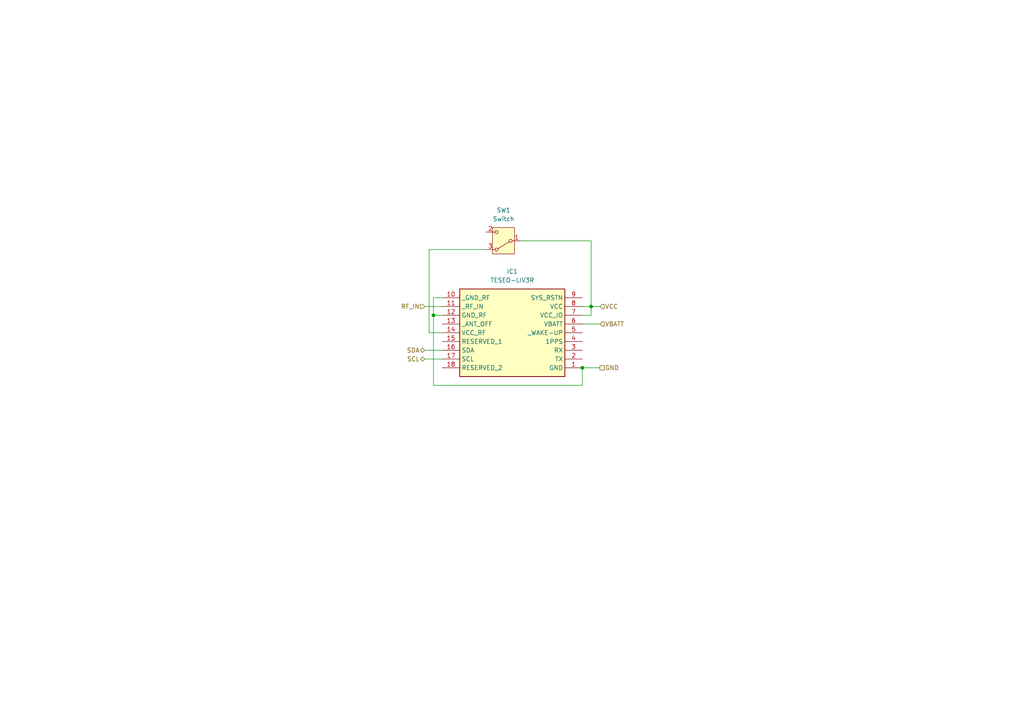
<source format=kicad_sch>
(kicad_sch (version 20250114) (generator "eeschema") (generator_version "9.0")
  (paper "A4")
  (title_block (title "GNSS module based on TESEO-LIV3R") (comment 1 "The switch enables active GNSS antennas VCC"))
  (lib_symbols
    (symbol "Switch:SW_Wuerth_450301014042" (pin_names (offset 1) (hide yes))
      (property "Reference" "SW" (at 0 5.08 0))
      (property "Value" "SW_Wuerth_450301014042" (at 0 -5.08 0))
      (symbol "SW_Wuerth_450301014042_0_1"
        (circle (center -2.032 0) (radius 0.4572))
        (polyline (pts (xy -1.651 0.254) (xy 1.651 2.286)))
        (circle (center 2.032 2.54) (radius 0.4572))
        (circle (center 2.032 -2.54) (radius 0.4572))
      )
      (symbol "SW_Wuerth_450301014042_1_1"
        (rectangle (start -3.175 3.81) (end 3.175 -3.81) (fill (type background)))
        (pin passive line (at -5.08 0 0) (length 2.54) (name "B") (number "1"))
        (pin passive line (at 5.08 2.54 180) (length 2.54) (name "A") (number "3"))
        (pin passive line (at 5.08 -2.54 180) (length 2.54) (name "C") (number "2"))
      )
    )
    (symbol "TESEO-LIV3R:TESEO-LIV3R"
      (property "Reference" "IC" (at 36.83 7.62 0))
      (property "Value" "TESEO-LIV3R" (at 36.83 5.08 0))
      (symbol "TESEO-LIV3R_1_1"
        (rectangle (start 5.08 2.54) (end 35.56 -22.86) (stroke (width 0.254)) (fill (type background)))
        (pin passive line (at 0 0 0) (length 5.08) (name "_GND_RF") (number "10"))
        (pin passive line (at 0 -2.54 0) (length 5.08) (name "_RF_IN") (number "11"))
        (pin passive line (at 0 -5.08 0) (length 5.08) (name "GND_RF") (number "12"))
        (pin passive line (at 0 -7.62 0) (length 5.08) (name "_ANT_OFF") (number "13"))
        (pin passive line (at 0 -10.16 0) (length 5.08) (name "VCC_RF") (number "14"))
        (pin passive line (at 0 -12.7 0) (length 5.08) (name "RESERVED_1") (number "15"))
        (pin passive line (at 0 -15.24 0) (length 5.08) (name "SDA") (number "16"))
        (pin passive line (at 0 -17.78 0) (length 5.08) (name "SCL") (number "17"))
        (pin passive line (at 0 -20.32 0) (length 5.08) (name "RESERVED_2") (number "18"))
        (pin passive line (at 40.64 0 180) (length 5.08) (name "SYS_RSTN") (number "9"))
        (pin passive line (at 40.64 -2.54 180) (length 5.08) (name "VCC") (number "8"))
        (pin passive line (at 40.64 -5.08 180) (length 5.08) (name "VCC_IO") (number "7"))
        (pin passive line (at 40.64 -7.62 180) (length 5.08) (name "VBATT") (number "6"))
        (pin passive line (at 40.64 -10.16 180) (length 5.08) (name "_WAKE-UP") (number "5"))
        (pin passive line (at 40.64 -12.7 180) (length 5.08) (name "1PPS") (number "4"))
        (pin passive line (at 40.64 -15.24 180) (length 5.08) (name "RX") (number "3"))
        (pin passive line (at 40.64 -17.78 180) (length 5.08) (name "TX") (number "2"))
        (pin passive line (at 40.64 -20.32 180) (length 5.08) (name "GND") (number "1"))
      )
    )
  )
  (junction (at 171.45 88.9))
  (junction (at 125.73 91.44))
  (junction (at 168.91 106.68))
  (wire (pts (xy 124.46 96.52) (xy 124.46 72.39)))
  (wire (pts (xy 125.73 111.76) (xy 168.91 111.76)))
  (wire (pts (xy 171.45 69.85) (xy 171.45 88.9)))
  (wire (pts (xy 124.46 72.39) (xy 140.97 72.39)))
  (wire (pts (xy 173.99 106.68) (xy 168.91 106.68)))
  (wire (pts (xy 171.45 91.44) (xy 171.45 88.9)))
  (wire (pts (xy 168.91 91.44) (xy 171.45 91.44)))
  (wire (pts (xy 128.27 96.52) (xy 124.46 96.52)))
  (wire (pts (xy 173.99 88.9) (xy 171.45 88.9)))
  (wire (pts (xy 168.91 106.68) (xy 168.91 111.76)))
  (wire (pts (xy 123.19 101.6) (xy 128.27 101.6)))
  (wire (pts (xy 151.13 69.85) (xy 171.45 69.85)))
  (wire (pts (xy 171.45 88.9) (xy 168.91 88.9)))
  (wire (pts (xy 125.73 86.36) (xy 125.73 91.44)))
  (wire (pts (xy 173.99 93.98) (xy 168.91 93.98)))
  (wire (pts (xy 123.19 104.14) (xy 128.27 104.14)))
  (wire (pts (xy 128.27 86.36) (xy 125.73 86.36)))
  (wire (pts (xy 128.27 91.44) (xy 125.73 91.44)))
  (wire (pts (xy 123.19 88.9) (xy 128.27 88.9)))
  (wire (pts (xy 125.73 91.44) (xy 125.73 111.76)))
  (hierarchical_label "VBATT" (shape input) (at 173.99 93.98 0))
  (hierarchical_label "SDA" (shape bidirectional) (at 123.19 101.6 180))
  (hierarchical_label "SCL" (shape bidirectional) (at 123.19 104.14 180))
  (hierarchical_label "RF_IN" (shape input) (at 123.19 88.9 180))
  (hierarchical_label "GND" (shape passive) (at 173.99 106.68 0))
  (hierarchical_label "VCC" (shape input) (at 173.99 88.9 0))
  (symbol (lib_id "Switch:SW_Wuerth_450301014042") (at 146.05 69.85 180) (unit 1)
    (property "Reference" "SW1" (at 146.05 60.96 0))
    (property "Value" "Switch" (at 146.05 63.5 0))
    (property "Footprint" "Button_Switch_THT:SW_Slide-03_Wuerth-WS-SLTV_10x2.5x6.4_P2.54mm" (effects (hide yes)))
    (property "Datasheet" "https://www.we-online.com/components/products/datasheet/450301014042.pdf" (effects (hide yes)))
    (property "Description" "Switch slide, single pole double throw" (effects (hide yes)))
  )
  (symbol (lib_id "TESEO-LIV3R:TESEO-LIV3R") (at 128.27 86.36 0) (unit 1)
    (property "Reference" "IC1" (at 148.59 78.74 0))
    (property "Value" "TESEO-LIV3R" (at 148.59 81.28 0))
    (property "Footprint" "TESEOLIV3R" (effects (hide yes)))
    (property "Datasheet" "https://www.arrow.com/en/products/teseo-liv3r/stmicroelectronics?region=nac" (effects (hide yes)))
    (property "Description" "- RF Receiver BeiDou, GLONASS, GNSS, GPS 1.561GHz, 1.575MHz -163dBm Not Included 18-LCC (9.7x10.1)" (effects (hide yes)))
    (property "Height" "2.3" (effects (hide yes)))
    (property "Arrow Part Number" "TESEO-LIV3R" (effects (hide yes)))
    (property "Arrow Price/Stock" "https://www.arrow.com/en/products/teseo-liv3r/stmicroelectronics?region=nac" (effects (hide yes)))
    (property "Manufacturer_Name" "STMicroelectronics" (effects (hide yes)))
    (property "Manufacturer_Part_Number" "TESEO-LIV3R" (effects (hide yes)))
  )
)
</source>
